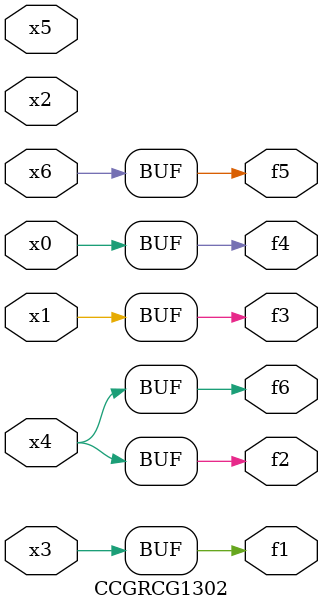
<source format=v>
module CCGRCG1302(
	input x0, x1, x2, x3, x4, x5, x6,
	output f1, f2, f3, f4, f5, f6
);
	assign f1 = x3;
	assign f2 = x4;
	assign f3 = x1;
	assign f4 = x0;
	assign f5 = x6;
	assign f6 = x4;
endmodule

</source>
